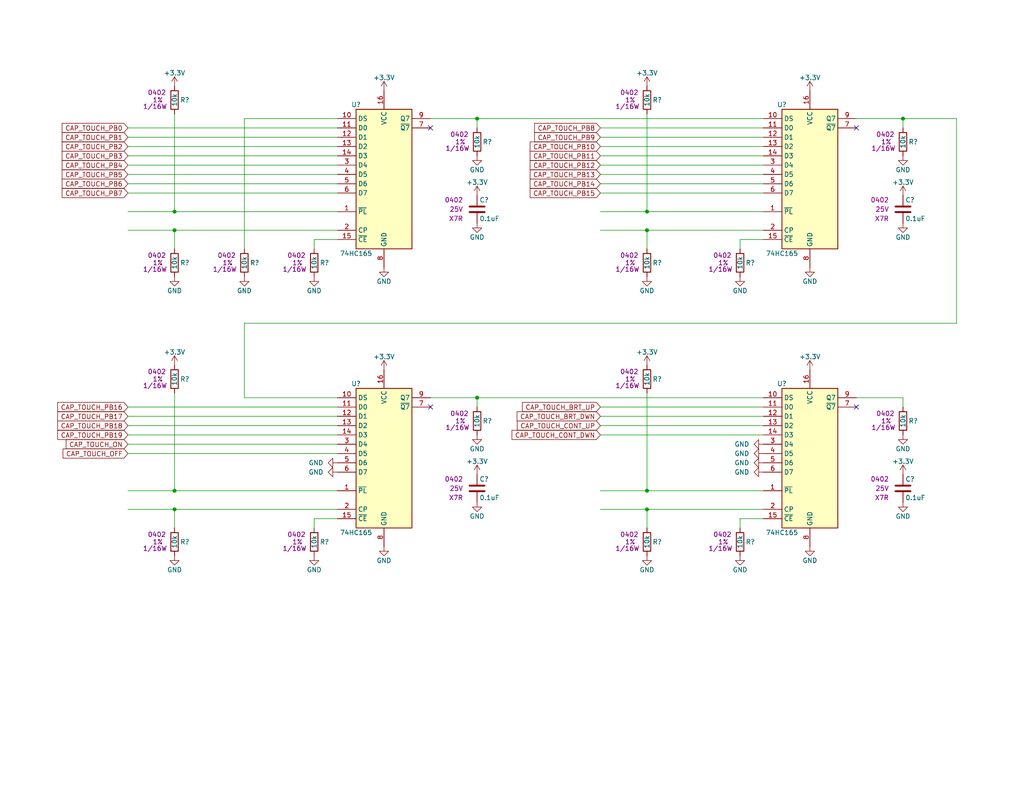
<source format=kicad_sch>
(kicad_sch (version 20230121) (generator eeschema)
  (paper "A")
  (title_block (title "USB MPD") (date "2024-02-06") (rev "PRELIM") (company "Drew Maatman"))
  (lib_symbols
    (symbol "74xx:74HC165"
      (property "Reference" "U" (at -7.62 19.05 0))
      (property "Value" "74HC165" (at -7.62 -21.59 0))
      (symbol "74HC165_1_0"
        (pin input line (at -12.7 -10.16 0) (length 5.08) (name "~{PL}") (number "1"))
        (pin input line (at -12.7 15.24 0) (length 5.08) (name "DS") (number "10"))
        (pin input line (at -12.7 12.7 0) (length 5.08) (name "D0") (number "11"))
        (pin input line (at -12.7 10.16 0) (length 5.08) (name "D1") (number "12"))
        (pin input line (at -12.7 7.62 0) (length 5.08) (name "D2") (number "13"))
        (pin input line (at -12.7 5.08 0) (length 5.08) (name "D3") (number "14"))
        (pin input line (at -12.7 -17.78 0) (length 5.08) (name "~{CE}") (number "15"))
        (pin power_in line (at 0 22.86 270) (length 5.08) (name "VCC") (number "16"))
        (pin input line (at -12.7 -15.24 0) (length 5.08) (name "CP") (number "2"))
        (pin input line (at -12.7 2.54 0) (length 5.08) (name "D4") (number "3"))
        (pin input line (at -12.7 0 0) (length 5.08) (name "D5") (number "4"))
        (pin input line (at -12.7 -2.54 0) (length 5.08) (name "D6") (number "5"))
        (pin input line (at -12.7 -5.08 0) (length 5.08) (name "D7") (number "6"))
        (pin output line (at 12.7 12.7 180) (length 5.08) (name "~{Q7}") (number "7"))
        (pin power_in line (at 0 -25.4 90) (length 5.08) (name "GND") (number "8"))
        (pin output line (at 12.7 15.24 180) (length 5.08) (name "Q7") (number "9"))
      )
      (symbol "74HC165_1_1"
        (rectangle (start -7.62 17.78) (end 7.62 -20.32) (stroke (width 0.254)) (fill (type background)))
      )
    )
    (symbol "Custom Library:C_Custom" (pin_numbers hide) (pin_names (offset 0.254))
      (property "Reference" "C" (at 0.635 2.54 0))
      (property "Value" "C_Custom" (at 0.635 -2.54 0))
      (property "display_footprint" "Foot" (at -3.81 2.54 0))
      (property "Voltage" "V" (at -3.81 0 0))
      (property "Dielectric" "Er" (at -3.81 -2.54 0))
      (symbol "C_Custom_0_1"
        (polyline (pts (xy -2.032 -0.762) (xy 2.032 -0.762)) (stroke (width 0.508)))
        (polyline (pts (xy -2.032 0.762) (xy 2.032 0.762)) (stroke (width 0.508)))
      )
      (symbol "C_Custom_1_1"
        (pin passive line (at 0 3.81 270) (length 2.794) (name "~") (number "1"))
        (pin passive line (at 0 -3.81 90) (length 2.794) (name "~") (number "2"))
      )
    )
    (symbol "Custom_Library:R_Custom" (pin_numbers hide) (pin_names (offset 1.016) hide)
      (property "Reference" "R" (at -2.54 0 90))
      (property "Value" "Custom_Library_R_Custom" (at 0 0 90))
      (property "display_footprint" "Foot" (at 2.54 0 90))
      (property "Tolerance" "Tol" (at 5.08 0 90))
      (property "Wattage" "W" (at 7.62 0 90))
      (symbol "R_Custom_0_1"
        (rectangle (start 1.016 2.54) (end -1.016 -2.54) (stroke (width 0.254)))
      )
      (symbol "R_Custom_1_1"
        (pin passive line (at 0 3.81 270) (length 1.27) (name "1") (number "1"))
        (pin passive line (at 0 -3.81 90) (length 1.27) (name "2") (number "2"))
      )
    )
    (symbol "power:+3.3V" (power) (pin_names (offset 0))
      (property "Value" "+3.3V" (at 0 3.556 0))
      (symbol "+3.3V_0_1"
        (polyline (pts (xy -0.762 1.27) (xy 0 2.54)))
        (polyline (pts (xy 0 0) (xy 0 2.54)))
        (polyline (pts (xy 0 2.54) (xy 0.762 1.27)))
      )
      (symbol "+3.3V_1_1"
        (pin power_in line (at 0 0 90) (length 0) hide (name "+3.3V") (number "1"))
      )
    )
    (symbol "power:GND" (power) (pin_names (offset 0))
      (property "Value" "GND" (at 0 -3.81 0))
      (symbol "GND_0_1"
        (polyline (pts (xy 0 0) (xy 0 -1.27) (xy 1.27 -1.27) (xy 0 -2.54) (xy -1.27 -1.27) (xy 0 -1.27)))
      )
      (symbol "GND_1_1"
        (pin power_in line (at 0 0 270) (length 0) hide (name "GND") (number "1"))
      )
    )
  )
  (junction (at 176.53 139.065))
  (junction (at 47.625 62.865))
  (junction (at 246.38 32.385))
  (junction (at 176.53 57.785))
  (junction (at 130.175 108.585))
  (junction (at 47.625 57.785))
  (junction (at 176.53 62.865))
  (junction (at 47.625 133.985))
  (junction (at 130.175 32.385))
  (junction (at 47.625 139.065))
  (junction (at 176.53 133.985))
  (no_connect (at 117.475 34.925))
  (no_connect (at 117.475 111.125))
  (no_connect (at 233.68 34.925))
  (no_connect (at 233.68 111.125))
  (wire (pts (xy 246.38 34.925) (xy 246.38 32.385)))
  (wire (pts (xy 163.83 52.705) (xy 208.28 52.705)))
  (wire (pts (xy 34.925 34.925) (xy 92.075 34.925)))
  (wire (pts (xy 47.625 139.065) (xy 47.625 144.145)))
  (wire (pts (xy 201.93 141.605) (xy 201.93 144.145)))
  (wire (pts (xy 117.475 32.385) (xy 130.175 32.385)))
  (wire (pts (xy 130.175 32.385) (xy 208.28 32.385)))
  (wire (pts (xy 34.925 139.065) (xy 47.625 139.065)))
  (wire (pts (xy 163.83 50.165) (xy 208.28 50.165)))
  (wire (pts (xy 130.175 108.585) (xy 208.28 108.585)))
  (wire (pts (xy 163.83 42.545) (xy 208.28 42.545)))
  (wire (pts (xy 163.83 47.625) (xy 208.28 47.625)))
  (wire (pts (xy 66.675 67.945) (xy 66.675 32.385)))
  (wire (pts (xy 34.925 37.465) (xy 92.075 37.465)))
  (wire (pts (xy 34.925 133.985) (xy 47.625 133.985)))
  (wire (pts (xy 176.53 62.865) (xy 208.28 62.865)))
  (wire (pts (xy 47.625 62.865) (xy 47.625 67.945)))
  (wire (pts (xy 163.83 139.065) (xy 176.53 139.065)))
  (wire (pts (xy 34.925 47.625) (xy 92.075 47.625)))
  (wire (pts (xy 246.38 32.385) (xy 233.68 32.385)))
  (wire (pts (xy 66.675 32.385) (xy 92.075 32.385)))
  (wire (pts (xy 47.625 57.785) (xy 92.075 57.785)))
  (wire (pts (xy 163.83 116.205) (xy 208.28 116.205)))
  (wire (pts (xy 176.53 107.315) (xy 176.53 133.985)))
  (wire (pts (xy 260.985 88.265) (xy 66.675 88.265)))
  (wire (pts (xy 34.925 42.545) (xy 92.075 42.545)))
  (wire (pts (xy 163.83 57.785) (xy 176.53 57.785)))
  (wire (pts (xy 34.925 116.205) (xy 92.075 116.205)))
  (wire (pts (xy 163.83 34.925) (xy 208.28 34.925)))
  (wire (pts (xy 34.925 57.785) (xy 47.625 57.785)))
  (wire (pts (xy 176.53 31.115) (xy 176.53 57.785)))
  (wire (pts (xy 176.53 139.065) (xy 176.53 144.145)))
  (wire (pts (xy 163.83 40.005) (xy 208.28 40.005)))
  (wire (pts (xy 163.83 45.085) (xy 208.28 45.085)))
  (wire (pts (xy 34.925 123.825) (xy 92.075 123.825)))
  (wire (pts (xy 201.93 141.605) (xy 208.28 141.605)))
  (wire (pts (xy 130.175 111.125) (xy 130.175 108.585)))
  (wire (pts (xy 117.475 108.585) (xy 130.175 108.585)))
  (wire (pts (xy 47.625 133.985) (xy 92.075 133.985)))
  (wire (pts (xy 85.725 65.405) (xy 92.075 65.405)))
  (wire (pts (xy 47.625 31.115) (xy 47.625 57.785)))
  (wire (pts (xy 176.53 57.785) (xy 208.28 57.785)))
  (wire (pts (xy 201.93 65.405) (xy 201.93 67.945)))
  (wire (pts (xy 34.925 45.085) (xy 92.075 45.085)))
  (wire (pts (xy 85.725 141.605) (xy 85.725 144.145)))
  (wire (pts (xy 163.83 113.665) (xy 208.28 113.665)))
  (wire (pts (xy 85.725 65.405) (xy 85.725 67.945)))
  (wire (pts (xy 176.53 139.065) (xy 208.28 139.065)))
  (wire (pts (xy 47.625 107.315) (xy 47.625 133.985)))
  (wire (pts (xy 34.925 50.165) (xy 92.075 50.165)))
  (wire (pts (xy 66.675 88.265) (xy 66.675 108.585)))
  (wire (pts (xy 246.38 32.385) (xy 260.985 32.385)))
  (wire (pts (xy 163.83 118.745) (xy 208.28 118.745)))
  (wire (pts (xy 163.83 133.985) (xy 176.53 133.985)))
  (wire (pts (xy 34.925 62.865) (xy 47.625 62.865)))
  (wire (pts (xy 163.83 62.865) (xy 176.53 62.865)))
  (wire (pts (xy 176.53 133.985) (xy 208.28 133.985)))
  (wire (pts (xy 47.625 62.865) (xy 92.075 62.865)))
  (wire (pts (xy 85.725 141.605) (xy 92.075 141.605)))
  (wire (pts (xy 163.83 37.465) (xy 208.28 37.465)))
  (wire (pts (xy 34.925 113.665) (xy 92.075 113.665)))
  (wire (pts (xy 34.925 111.125) (xy 92.075 111.125)))
  (wire (pts (xy 163.83 111.125) (xy 208.28 111.125)))
  (wire (pts (xy 34.925 52.705) (xy 92.075 52.705)))
  (wire (pts (xy 66.675 108.585) (xy 92.075 108.585)))
  (wire (pts (xy 130.175 34.925) (xy 130.175 32.385)))
  (wire (pts (xy 34.925 40.005) (xy 92.075 40.005)))
  (wire (pts (xy 246.38 108.585) (xy 233.68 108.585)))
  (wire (pts (xy 34.925 118.745) (xy 92.075 118.745)))
  (wire (pts (xy 246.38 111.125) (xy 246.38 108.585)))
  (wire (pts (xy 34.925 121.285) (xy 92.075 121.285)))
  (wire (pts (xy 260.985 32.385) (xy 260.985 88.265)))
  (wire (pts (xy 201.93 65.405) (xy 208.28 65.405)))
  (wire (pts (xy 176.53 62.865) (xy 176.53 67.945)))
  (wire (pts (xy 47.625 139.065) (xy 92.075 139.065)))
  (global_label "CAP_TOUCH_CONT_DWN" (shape input) (at 163.83 118.745 180) (property "Intersheetrefs" "${INTERSHEET_REFS}" (effects hide)))
  (global_label "CAP_TOUCH_PB12" (shape input) (at 163.83 45.085 180) (property "Intersheetrefs" "${INTERSHEET_REFS}" (effects hide)))
  (global_label "CAP_TOUCH_PB10" (shape input) (at 163.83 40.005 180) (property "Intersheetrefs" "${INTERSHEET_REFS}" (effects hide)))
  (global_label "CAP_TOUCH_PB1" (shape input) (at 34.925 37.465 180) (property "Intersheetrefs" "${INTERSHEET_REFS}" (effects hide)))
  (global_label "CAP_TOUCH_PB11" (shape input) (at 163.83 42.545 180) (property "Intersheetrefs" "${INTERSHEET_REFS}" (effects hide)))
  (global_label "CAP_TOUCH_PB19" (shape input) (at 34.925 118.745 180) (property "Intersheetrefs" "${INTERSHEET_REFS}" (effects hide)))
  (global_label "CAP_TOUCH_PB7" (shape input) (at 34.925 52.705 180) (property "Intersheetrefs" "${INTERSHEET_REFS}" (effects hide)))
  (global_label "CAP_TOUCH_PB6" (shape input) (at 34.925 50.165 180) (property "Intersheetrefs" "${INTERSHEET_REFS}" (effects hide)))
  (global_label "CAP_TOUCH_PB8" (shape input) (at 163.83 34.925 180) (property "Intersheetrefs" "${INTERSHEET_REFS}" (effects hide)))
  (global_label "CAP_TOUCH_PB13" (shape input) (at 163.83 47.625 180) (property "Intersheetrefs" "${INTERSHEET_REFS}" (effects hide)))
  (global_label "CAP_TOUCH_PB16" (shape input) (at 34.925 111.125 180) (property "Intersheetrefs" "${INTERSHEET_REFS}" (effects hide)))
  (global_label "CAP_TOUCH_PB3" (shape input) (at 34.925 42.545 180) (property "Intersheetrefs" "${INTERSHEET_REFS}" (effects hide)))
  (global_label "CAP_TOUCH_PB9" (shape input) (at 163.83 37.465 180) (property "Intersheetrefs" "${INTERSHEET_REFS}" (effects hide)))
  (global_label "CAP_TOUCH_BRT_DWN" (shape input) (at 163.83 113.665 180) (property "Intersheetrefs" "${INTERSHEET_REFS}" (effects hide)))
  (global_label "CAP_TOUCH_PB4" (shape input) (at 34.925 45.085 180) (property "Intersheetrefs" "${INTERSHEET_REFS}" (effects hide)))
  (global_label "CAP_TOUCH_ON" (shape input) (at 34.925 121.285 180) (property "Intersheetrefs" "${INTERSHEET_REFS}" (effects hide)))
  (global_label "CAP_TOUCH_PB14" (shape input) (at 163.83 50.165 180) (property "Intersheetrefs" "${INTERSHEET_REFS}" (effects hide)))
  (global_label "CAP_TOUCH_PB18" (shape input) (at 34.925 116.205 180) (property "Intersheetrefs" "${INTERSHEET_REFS}" (effects hide)))
  (global_label "CAP_TOUCH_PB17" (shape input) (at 34.925 113.665 180) (property "Intersheetrefs" "${INTERSHEET_REFS}" (effects hide)))
  (global_label "CAP_TOUCH_PB0" (shape input) (at 34.925 34.925 180) (property "Intersheetrefs" "${INTERSHEET_REFS}" (effects hide)))
  (global_label "CAP_TOUCH_PB5" (shape input) (at 34.925 47.625 180) (property "Intersheetrefs" "${INTERSHEET_REFS}" (effects hide)))
  (global_label "CAP_TOUCH_OFF" (shape input) (at 34.925 123.825 180) (property "Intersheetrefs" "${INTERSHEET_REFS}" (effects hide)))
  (global_label "CAP_TOUCH_PB2" (shape input) (at 34.925 40.005 180) (property "Intersheetrefs" "${INTERSHEET_REFS}" (effects hide)))
  (global_label "CAP_TOUCH_BRT_UP" (shape input) (at 163.83 111.125 180) (property "Intersheetrefs" "${INTERSHEET_REFS}" (effects hide)))
  (global_label "CAP_TOUCH_PB15" (shape input) (at 163.83 52.705 180) (property "Intersheetrefs" "${INTERSHEET_REFS}" (effects hide)))
  (global_label "CAP_TOUCH_CONT_UP" (shape input) (at 163.83 116.205 180) (property "Intersheetrefs" "${INTERSHEET_REFS}" (effects hide)))
  (symbol (lib_id "power:+3.3V") (at 130.175 129.54 0) (unit 1)
    (property "Reference" "#PWR0207" (effects hide))
    (property "Value" "+3.3V" (at 130.175 125.984 0))
    (instances (project "USB_MPD_Switches" (path "" (reference "#PWR0207") (unit 1)) (path "" (reference "#PWR0325") (unit 1))))
  )
  (symbol (lib_id "Custom_Library:R_Custom") (at 47.625 147.955 0) (mirror y) (unit 1)
    (property "Reference" "R?" (at 49.149 147.955 0) (effects (justify right)))
    (property "Value" "10k" (at 47.625 147.955 90))
    (property "display_footprint" "0402" (at 42.799 145.923 0))
    (property "Tolerance" "1%" (at 43.053 147.955 0))
    (property "Wattage" "1/16W" (at 42.291 149.733 0))
    (instances (project "Analog_Clock" (path "" (reference "R?") (unit 1)) (path "" (reference "R?") (unit 1)) (path "" (reference "R?") (unit 1)) (path "" (reference "R?") (unit 1)) (path "" (reference "R?") (unit 1)) (path "" (reference "R?") (unit 1)) (path "" (reference "R?") (unit 1)) (path "" (reference "R?") (unit 1))) (project "Nixie_Clock_Core" (path "" (reference "R804") (unit 1))) (project "USB_MPD_Switches" (path "" (reference "R?") (unit 1)) (path "" (reference "R?") (unit 1))))
  )
  (symbol (lib_id "power:GND") (at 208.28 128.905 270) (unit 1)
    (property "Reference" "#PWR0337" (effects hide))
    (property "Value" "GND" (at 204.47 128.905 90) (effects (justify right)))
  )
  (symbol (lib_id "power:+3.3V") (at 104.775 24.765 0) (unit 1)
    (property "Reference" "#PWR0301" (effects hide))
    (property "Value" "+3.3V" (at 104.775 21.209 0))
  )
  (symbol (lib_id "Custom_Library:R_Custom") (at 130.175 38.735 0) (mirror y) (unit 1)
    (property "Reference" "R?" (at 131.699 38.735 0) (effects (justify right)))
    (property "Value" "10k" (at 130.175 38.735 90))
    (property "display_footprint" "0402" (at 125.349 36.703 0))
    (property "Tolerance" "1%" (at 125.603 38.735 0))
    (property "Wattage" "1/16W" (at 124.841 40.513 0))
    (instances (project "Analog_Clock" (path "" (reference "R?") (unit 1)) (path "" (reference "R?") (unit 1)) (path "" (reference "R?") (unit 1)) (path "" (reference "R?") (unit 1)) (path "" (reference "R?") (unit 1)) (path "" (reference "R?") (unit 1)) (path "" (reference "R?") (unit 1)) (path "" (reference "R?") (unit 1))) (project "Nixie_Clock_Core" (path "" (reference "R804") (unit 1))) (project "USB_MPD_Switches" (path "" (reference "R?") (unit 1)) (path "" (reference "R?") (unit 1))))
  )
  (symbol (lib_id "power:GND") (at 47.625 75.565 0) (unit 1)
    (property "Reference" "#PWR0308" (effects hide))
    (property "Value" "GND" (at 47.625 79.375 0))
  )
  (symbol (lib_id "power:GND") (at 201.93 151.765 0) (unit 1)
    (property "Reference" "#PWR0329" (effects hide))
    (property "Value" "GND" (at 201.93 155.575 0))
  )
  (symbol (lib_id "Custom_Library:R_Custom") (at 130.175 114.935 0) (mirror y) (unit 1)
    (property "Reference" "R?" (at 131.699 114.935 0) (effects (justify right)))
    (property "Value" "10k" (at 130.175 114.935 90))
    (property "display_footprint" "0402" (at 125.349 112.903 0))
    (property "Tolerance" "1%" (at 125.603 114.935 0))
    (property "Wattage" "1/16W" (at 124.841 116.713 0))
    (instances (project "Analog_Clock" (path "" (reference "R?") (unit 1)) (path "" (reference "R?") (unit 1)) (path "" (reference "R?") (unit 1)) (path "" (reference "R?") (unit 1)) (path "" (reference "R?") (unit 1)) (path "" (reference "R?") (unit 1)) (path "" (reference "R?") (unit 1)) (path "" (reference "R?") (unit 1))) (project "Nixie_Clock_Core" (path "" (reference "R804") (unit 1))) (project "USB_MPD_Switches" (path "" (reference "R?") (unit 1)) (path "" (reference "R?") (unit 1))))
  )
  (symbol (lib_id "Custom_Library:R_Custom") (at 85.725 71.755 0) (mirror y) (unit 1)
    (property "Reference" "R?" (at 87.249 71.755 0) (effects (justify right)))
    (property "Value" "10k" (at 85.725 71.755 90))
    (property "display_footprint" "0402" (at 80.899 69.723 0))
    (property "Tolerance" "1%" (at 81.153 71.755 0))
    (property "Wattage" "1/16W" (at 80.391 73.533 0))
    (instances (project "Analog_Clock" (path "" (reference "R?") (unit 1)) (path "" (reference "R?") (unit 1)) (path "" (reference "R?") (unit 1)) (path "" (reference "R?") (unit 1)) (path "" (reference "R?") (unit 1)) (path "" (reference "R?") (unit 1)) (path "" (reference "R?") (unit 1)) (path "" (reference "R?") (unit 1))) (project "Nixie_Clock_Core" (path "" (reference "R804") (unit 1))) (project "USB_MPD_Switches" (path "" (reference "R?") (unit 1)) (path "" (reference "R?") (unit 1))))
  )
  (symbol (lib_id "Custom Library:C_Custom") (at 130.175 133.35 0) (unit 1)
    (property "Reference" "C?" (at 130.81 130.81 0) (effects (justify left)))
    (property "Value" "0.1uF" (at 130.81 135.89 0) (effects (justify left)))
    (property "display_footprint" "0402" (at 126.365 130.81 0) (effects (justify right)))
    (property "Voltage" "25V" (at 126.365 133.35 0) (effects (justify right)))
    (property "Dielectric" "X7R" (at 126.365 135.89 0) (effects (justify right)))
    (property "Digi-Key PN" "PN" (effects hide))
  )
  (symbol (lib_id "Custom_Library:R_Custom") (at 176.53 103.505 0) (mirror y) (unit 1)
    (property "Reference" "R?" (at 178.054 103.505 0) (effects (justify right)))
    (property "Value" "10k" (at 176.53 103.505 90))
    (property "display_footprint" "0402" (at 171.704 101.473 0))
    (property "Tolerance" "1%" (at 171.958 103.505 0))
    (property "Wattage" "1/16W" (at 171.196 105.283 0))
    (instances (project "Analog_Clock" (path "" (reference "R?") (unit 1)) (path "" (reference "R?") (unit 1)) (path "" (reference "R?") (unit 1)) (path "" (reference "R?") (unit 1)) (path "" (reference "R?") (unit 1)) (path "" (reference "R?") (unit 1)) (path "" (reference "R?") (unit 1)) (path "" (reference "R?") (unit 1))) (project "Nixie_Clock_Core" (path "" (reference "R804") (unit 1))) (project "USB_MPD_Switches" (path "" (reference "R?") (unit 1)) (path "" (reference "R?") (unit 1))))
  )
  (symbol (lib_id "Custom Library:C_Custom") (at 130.175 57.15 0) (unit 1)
    (property "Reference" "C?" (at 130.81 54.61 0) (effects (justify left)))
    (property "Value" "0.1uF" (at 130.81 59.69 0) (effects (justify left)))
    (property "display_footprint" "0402" (at 126.365 54.61 0) (effects (justify right)))
    (property "Voltage" "25V" (at 126.365 57.15 0) (effects (justify right)))
    (property "Dielectric" "X7R" (at 126.365 59.69 0) (effects (justify right)))
    (property "Digi-Key PN" "PN" (effects hide))
  )
  (symbol (lib_id "Custom_Library:R_Custom") (at 47.625 27.305 0) (mirror y) (unit 1)
    (property "Reference" "R?" (at 49.149 27.305 0) (effects (justify right)))
    (property "Value" "10k" (at 47.625 27.305 90))
    (property "display_footprint" "0402" (at 42.799 25.273 0))
    (property "Tolerance" "1%" (at 43.053 27.305 0))
    (property "Wattage" "1/16W" (at 42.291 29.083 0))
    (instances (project "Analog_Clock" (path "" (reference "R?") (unit 1)) (path "" (reference "R?") (unit 1)) (path "" (reference "R?") (unit 1)) (path "" (reference "R?") (unit 1)) (path "" (reference "R?") (unit 1)) (path "" (reference "R?") (unit 1)) (path "" (reference "R?") (unit 1)) (path "" (reference "R?") (unit 1))) (project "Nixie_Clock_Core" (path "" (reference "R804") (unit 1))) (project "USB_MPD_Switches" (path "" (reference "R?") (unit 1)) (path "" (reference "R?") (unit 1))))
  )
  (symbol (lib_id "Custom_Library:R_Custom") (at 246.38 38.735 0) (mirror y) (unit 1)
    (property "Reference" "R?" (at 247.904 38.735 0) (effects (justify right)))
    (property "Value" "10k" (at 246.38 38.735 90))
    (property "display_footprint" "0402" (at 241.554 36.703 0))
    (property "Tolerance" "1%" (at 241.808 38.735 0))
    (property "Wattage" "1/16W" (at 241.046 40.513 0))
    (instances (project "Analog_Clock" (path "" (reference "R?") (unit 1)) (path "" (reference "R?") (unit 1)) (path "" (reference "R?") (unit 1)) (path "" (reference "R?") (unit 1)) (path "" (reference "R?") (unit 1)) (path "" (reference "R?") (unit 1)) (path "" (reference "R?") (unit 1)) (path "" (reference "R?") (unit 1))) (project "Nixie_Clock_Core" (path "" (reference "R804") (unit 1))) (project "USB_MPD_Switches" (path "" (reference "R?") (unit 1)) (path "" (reference "R?") (unit 1))))
  )
  (symbol (lib_id "power:GND") (at 130.175 42.545 0) (unit 1)
    (property "Reference" "#PWR0309" (effects hide))
    (property "Value" "GND" (at 130.175 46.355 0))
  )
  (symbol (lib_id "power:GND") (at 130.175 60.96 0) (unit 1)
    (property "Reference" "#PWR0208" (effects hide))
    (property "Value" "GND" (at 130.175 64.77 0))
    (instances (project "USB_MPD_Switches" (path "" (reference "#PWR0208") (unit 1)) (path "" (reference "#PWR0304") (unit 1))))
  )
  (symbol (lib_id "power:+3.3V") (at 220.98 24.765 0) (unit 1)
    (property "Reference" "#PWR0314" (effects hide))
    (property "Value" "+3.3V" (at 220.98 21.209 0))
  )
  (symbol (lib_id "power:GND") (at 208.28 123.825 270) (unit 1)
    (property "Reference" "#PWR0335" (effects hide))
    (property "Value" "GND" (at 204.47 123.825 90) (effects (justify right)))
  )
  (symbol (lib_id "Custom_Library:R_Custom") (at 201.93 147.955 0) (mirror y) (unit 1)
    (property "Reference" "R?" (at 203.454 147.955 0) (effects (justify right)))
    (property "Value" "10k" (at 201.93 147.955 90))
    (property "display_footprint" "0402" (at 197.104 145.923 0))
    (property "Tolerance" "1%" (at 197.358 147.955 0))
    (property "Wattage" "1/16W" (at 196.596 149.733 0))
    (instances (project "Analog_Clock" (path "" (reference "R?") (unit 1)) (path "" (reference "R?") (unit 1)) (path "" (reference "R?") (unit 1)) (path "" (reference "R?") (unit 1)) (path "" (reference "R?") (unit 1)) (path "" (reference "R?") (unit 1)) (path "" (reference "R?") (unit 1)) (path "" (reference "R?") (unit 1))) (project "Nixie_Clock_Core" (path "" (reference "R804") (unit 1))) (project "USB_MPD_Switches" (path "" (reference "R?") (unit 1)) (path "" (reference "R?") (unit 1))))
  )
  (symbol (lib_id "74xx:74HC165") (at 220.98 47.625 0) (unit 1)
    (property "Reference" "U?" (at 213.36 28.575 0))
    (property "Value" "74HC165" (at 213.36 69.215 0))
    (property "Datasheet" "https://assets.nexperia.com/documents/data-sheet/74HC_HCT165.pdf" (effects hide))
  )
  (symbol (lib_id "power:+3.3V") (at 47.625 23.495 0) (unit 1)
    (property "Reference" "#PWR0305" (effects hide))
    (property "Value" "+3.3V" (at 47.625 19.939 0))
  )
  (symbol (lib_id "Custom_Library:R_Custom") (at 176.53 71.755 0) (mirror y) (unit 1)
    (property "Reference" "R?" (at 178.054 71.755 0) (effects (justify right)))
    (property "Value" "10k" (at 176.53 71.755 90))
    (property "display_footprint" "0402" (at 171.704 69.723 0))
    (property "Tolerance" "1%" (at 171.958 71.755 0))
    (property "Wattage" "1/16W" (at 171.196 73.533 0))
    (instances (project "Analog_Clock" (path "" (reference "R?") (unit 1)) (path "" (reference "R?") (unit 1)) (path "" (reference "R?") (unit 1)) (path "" (reference "R?") (unit 1)) (path "" (reference "R?") (unit 1)) (path "" (reference "R?") (unit 1)) (path "" (reference "R?") (unit 1)) (path "" (reference "R?") (unit 1))) (project "Nixie_Clock_Core" (path "" (reference "R804") (unit 1))) (project "USB_MPD_Switches" (path "" (reference "R?") (unit 1)) (path "" (reference "R?") (unit 1))))
  )
  (symbol (lib_id "Custom_Library:R_Custom") (at 176.53 27.305 0) (mirror y) (unit 1)
    (property "Reference" "R?" (at 178.054 27.305 0) (effects (justify right)))
    (property "Value" "10k" (at 176.53 27.305 90))
    (property "display_footprint" "0402" (at 171.704 25.273 0))
    (property "Tolerance" "1%" (at 171.958 27.305 0))
    (property "Wattage" "1/16W" (at 171.196 29.083 0))
    (instances (project "Analog_Clock" (path "" (reference "R?") (unit 1)) (path "" (reference "R?") (unit 1)) (path "" (reference "R?") (unit 1)) (path "" (reference "R?") (unit 1)) (path "" (reference "R?") (unit 1)) (path "" (reference "R?") (unit 1)) (path "" (reference "R?") (unit 1)) (path "" (reference "R?") (unit 1))) (project "Nixie_Clock_Core" (path "" (reference "R804") (unit 1))) (project "USB_MPD_Switches" (path "" (reference "R?") (unit 1)) (path "" (reference "R?") (unit 1))))
  )
  (symbol (lib_id "power:GND") (at 130.175 137.16 0) (unit 1)
    (property "Reference" "#PWR0208" (effects hide))
    (property "Value" "GND" (at 130.175 140.97 0))
    (instances (project "USB_MPD_Switches" (path "" (reference "#PWR0208") (unit 1)) (path "" (reference "#PWR0326") (unit 1))))
  )
  (symbol (lib_id "Custom_Library:R_Custom") (at 176.53 147.955 0) (mirror y) (unit 1)
    (property "Reference" "R?" (at 178.054 147.955 0) (effects (justify right)))
    (property "Value" "10k" (at 176.53 147.955 90))
    (property "display_footprint" "0402" (at 171.704 145.923 0))
    (property "Tolerance" "1%" (at 171.958 147.955 0))
    (property "Wattage" "1/16W" (at 171.196 149.733 0))
    (instances (project "Analog_Clock" (path "" (reference "R?") (unit 1)) (path "" (reference "R?") (unit 1)) (path "" (reference "R?") (unit 1)) (path "" (reference "R?") (unit 1)) (path "" (reference "R?") (unit 1)) (path "" (reference "R?") (unit 1)) (path "" (reference "R?") (unit 1)) (path "" (reference "R?") (unit 1))) (project "Nixie_Clock_Core" (path "" (reference "R804") (unit 1))) (project "USB_MPD_Switches" (path "" (reference "R?") (unit 1)) (path "" (reference "R?") (unit 1))))
  )
  (symbol (lib_id "power:+3.3V") (at 47.625 99.695 0) (unit 1)
    (property "Reference" "#PWR0312" (effects hide))
    (property "Value" "+3.3V" (at 47.625 96.139 0))
  )
  (symbol (lib_id "power:+3.3V") (at 220.98 100.965 0) (unit 1)
    (property "Reference" "#PWR0330" (effects hide))
    (property "Value" "+3.3V" (at 220.98 97.409 0))
  )
  (symbol (lib_id "74xx:74HC165") (at 104.775 47.625 0) (unit 1)
    (property "Reference" "U?" (at 97.155 28.575 0))
    (property "Value" "74HC165" (at 97.155 69.215 0))
    (property "Datasheet" "https://assets.nexperia.com/documents/data-sheet/74HC_HCT165.pdf" (effects hide))
  )
  (symbol (lib_id "power:GND") (at 104.775 73.025 0) (unit 1)
    (property "Reference" "#PWR0302" (effects hide))
    (property "Value" "GND" (at 104.775 76.835 0))
  )
  (symbol (lib_id "Custom_Library:R_Custom") (at 85.725 147.955 0) (mirror y) (unit 1)
    (property "Reference" "R?" (at 87.249 147.955 0) (effects (justify right)))
    (property "Value" "10k" (at 85.725 147.955 90))
    (property "display_footprint" "0402" (at 80.899 145.923 0))
    (property "Tolerance" "1%" (at 81.153 147.955 0))
    (property "Wattage" "1/16W" (at 80.391 149.733 0))
    (instances (project "Analog_Clock" (path "" (reference "R?") (unit 1)) (path "" (reference "R?") (unit 1)) (path "" (reference "R?") (unit 1)) (path "" (reference "R?") (unit 1)) (path "" (reference "R?") (unit 1)) (path "" (reference "R?") (unit 1)) (path "" (reference "R?") (unit 1)) (path "" (reference "R?") (unit 1))) (project "Nixie_Clock_Core" (path "" (reference "R804") (unit 1))) (project "USB_MPD_Switches" (path "" (reference "R?") (unit 1)) (path "" (reference "R?") (unit 1))))
  )
  (symbol (lib_id "power:+3.3V") (at 176.53 99.695 0) (unit 1)
    (property "Reference" "#PWR0327" (effects hide))
    (property "Value" "+3.3V" (at 176.53 96.139 0))
  )
  (symbol (lib_id "power:GND") (at 246.38 42.545 0) (unit 1)
    (property "Reference" "#PWR0316" (effects hide))
    (property "Value" "GND" (at 246.38 46.355 0))
  )
  (symbol (lib_id "power:GND") (at 201.93 75.565 0) (unit 1)
    (property "Reference" "#PWR0313" (effects hide))
    (property "Value" "GND" (at 201.93 79.375 0))
  )
  (symbol (lib_id "power:GND") (at 176.53 75.565 0) (unit 1)
    (property "Reference" "#PWR0311" (effects hide))
    (property "Value" "GND" (at 176.53 79.375 0))
  )
  (symbol (lib_id "Custom_Library:R_Custom") (at 246.38 114.935 0) (mirror y) (unit 1)
    (property "Reference" "R?" (at 247.904 114.935 0) (effects (justify right)))
    (property "Value" "10k" (at 246.38 114.935 90))
    (property "display_footprint" "0402" (at 241.554 112.903 0))
    (property "Tolerance" "1%" (at 241.808 114.935 0))
    (property "Wattage" "1/16W" (at 241.046 116.713 0))
    (instances (project "Analog_Clock" (path "" (reference "R?") (unit 1)) (path "" (reference "R?") (unit 1)) (path "" (reference "R?") (unit 1)) (path "" (reference "R?") (unit 1)) (path "" (reference "R?") (unit 1)) (path "" (reference "R?") (unit 1)) (path "" (reference "R?") (unit 1)) (path "" (reference "R?") (unit 1))) (project "Nixie_Clock_Core" (path "" (reference "R804") (unit 1))) (project "USB_MPD_Switches" (path "" (reference "R?") (unit 1)) (path "" (reference "R?") (unit 1))))
  )
  (symbol (lib_id "Custom_Library:R_Custom") (at 201.93 71.755 0) (mirror y) (unit 1)
    (property "Reference" "R?" (at 203.454 71.755 0) (effects (justify right)))
    (property "Value" "10k" (at 201.93 71.755 90))
    (property "display_footprint" "0402" (at 197.104 69.723 0))
    (property "Tolerance" "1%" (at 197.358 71.755 0))
    (property "Wattage" "1/16W" (at 196.596 73.533 0))
    (instances (project "Analog_Clock" (path "" (reference "R?") (unit 1)) (path "" (reference "R?") (unit 1)) (path "" (reference "R?") (unit 1)) (path "" (reference "R?") (unit 1)) (path "" (reference "R?") (unit 1)) (path "" (reference "R?") (unit 1)) (path "" (reference "R?") (unit 1)) (path "" (reference "R?") (unit 1))) (project "Nixie_Clock_Core" (path "" (reference "R804") (unit 1))) (project "USB_MPD_Switches" (path "" (reference "R?") (unit 1)) (path "" (reference "R?") (unit 1))))
  )
  (symbol (lib_id "74xx:74HC165") (at 220.98 123.825 0) (unit 1)
    (property "Reference" "U?" (at 213.36 104.775 0))
    (property "Value" "74HC165" (at 213.36 145.415 0))
    (property "Datasheet" "https://assets.nexperia.com/documents/data-sheet/74HC_HCT165.pdf" (effects hide))
  )
  (symbol (lib_id "Custom_Library:R_Custom") (at 47.625 103.505 0) (mirror y) (unit 1)
    (property "Reference" "R?" (at 49.149 103.505 0) (effects (justify right)))
    (property "Value" "10k" (at 47.625 103.505 90))
    (property "display_footprint" "0402" (at 42.799 101.473 0))
    (property "Tolerance" "1%" (at 43.053 103.505 0))
    (property "Wattage" "1/16W" (at 42.291 105.283 0))
    (instances (project "Analog_Clock" (path "" (reference "R?") (unit 1)) (path "" (reference "R?") (unit 1)) (path "" (reference "R?") (unit 1)) (path "" (reference "R?") (unit 1)) (path "" (reference "R?") (unit 1)) (path "" (reference "R?") (unit 1)) (path "" (reference "R?") (unit 1)) (path "" (reference "R?") (unit 1))) (project "Nixie_Clock_Core" (path "" (reference "R804") (unit 1))) (project "USB_MPD_Switches" (path "" (reference "R?") (unit 1)) (path "" (reference "R?") (unit 1))))
  )
  (symbol (lib_id "power:GND") (at 246.38 118.745 0) (unit 1)
    (property "Reference" "#PWR0332" (effects hide))
    (property "Value" "GND" (at 246.38 122.555 0))
  )
  (symbol (lib_id "power:+3.3V") (at 246.38 53.34 0) (unit 1)
    (property "Reference" "#PWR0207" (effects hide))
    (property "Value" "+3.3V" (at 246.38 49.784 0))
    (instances (project "USB_MPD_Switches" (path "" (reference "#PWR0207") (unit 1)) (path "" (reference "#PWR0317") (unit 1))))
  )
  (symbol (lib_id "power:GND") (at 66.675 75.565 0) (unit 1)
    (property "Reference" "#PWR0306" (effects hide))
    (property "Value" "GND" (at 66.675 79.375 0))
  )
  (symbol (lib_id "power:GND") (at 208.28 126.365 270) (unit 1)
    (property "Reference" "#PWR0336" (effects hide))
    (property "Value" "GND" (at 204.47 126.365 90) (effects (justify right)))
  )
  (symbol (lib_id "power:GND") (at 85.725 151.765 0) (unit 1)
    (property "Reference" "#PWR0321" (effects hide))
    (property "Value" "GND" (at 85.725 155.575 0))
  )
  (symbol (lib_id "power:GND") (at 208.28 121.285 270) (unit 1)
    (property "Reference" "#PWR0320" (effects hide))
    (property "Value" "GND" (at 204.47 121.285 90) (effects (justify right)))
  )
  (symbol (lib_id "power:GND") (at 104.775 149.225 0) (unit 1)
    (property "Reference" "#PWR0323" (effects hide))
    (property "Value" "GND" (at 104.775 153.035 0))
  )
  (symbol (lib_id "Custom_Library:R_Custom") (at 66.675 71.755 0) (mirror y) (unit 1)
    (property "Reference" "R?" (at 68.199 71.755 0) (effects (justify right)))
    (property "Value" "10k" (at 66.675 71.755 90))
    (property "display_footprint" "0402" (at 61.849 69.723 0))
    (property "Tolerance" "1%" (at 62.103 71.755 0))
    (property "Wattage" "1/16W" (at 61.341 73.533 0))
    (instances (project "Analog_Clock" (path "" (reference "R?") (unit 1)) (path "" (reference "R?") (unit 1)) (path "" (reference "R?") (unit 1)) (path "" (reference "R?") (unit 1)) (path "" (reference "R?") (unit 1)) (path "" (reference "R?") (unit 1)) (path "" (reference "R?") (unit 1)) (path "" (reference "R?") (unit 1))) (project "Nixie_Clock_Core" (path "" (reference "R804") (unit 1))) (project "USB_MPD_Switches" (path "" (reference "R?") (unit 1)) (path "" (reference "R?") (unit 1))))
  )
  (symbol (lib_id "power:+3.3V") (at 104.775 100.965 0) (unit 1)
    (property "Reference" "#PWR0322" (effects hide))
    (property "Value" "+3.3V" (at 104.775 97.409 0))
  )
  (symbol (lib_id "power:GND") (at 47.625 151.765 0) (unit 1)
    (property "Reference" "#PWR0319" (effects hide))
    (property "Value" "GND" (at 47.625 155.575 0))
  )
  (symbol (lib_id "power:GND") (at 220.98 149.225 0) (unit 1)
    (property "Reference" "#PWR0331" (effects hide))
    (property "Value" "GND" (at 220.98 153.035 0))
  )
  (symbol (lib_id "power:GND") (at 246.38 60.96 0) (unit 1)
    (property "Reference" "#PWR0208" (effects hide))
    (property "Value" "GND" (at 246.38 64.77 0))
    (instances (project "USB_MPD_Switches" (path "" (reference "#PWR0208") (unit 1)) (path "" (reference "#PWR0318") (unit 1))))
  )
  (symbol (lib_id "power:GND") (at 130.175 118.745 0) (unit 1)
    (property "Reference" "#PWR0324" (effects hide))
    (property "Value" "GND" (at 130.175 122.555 0))
  )
  (symbol (lib_id "power:+3.3V") (at 130.175 53.34 0) (unit 1)
    (property "Reference" "#PWR0207" (effects hide))
    (property "Value" "+3.3V" (at 130.175 49.784 0))
    (instances (project "USB_MPD_Switches" (path "" (reference "#PWR0207") (unit 1)) (path "" (reference "#PWR0303") (unit 1))))
  )
  (symbol (lib_id "Custom Library:C_Custom") (at 246.38 57.15 0) (unit 1)
    (property "Reference" "C?" (at 247.015 54.61 0) (effects (justify left)))
    (property "Value" "0.1uF" (at 247.015 59.69 0) (effects (justify left)))
    (property "display_footprint" "0402" (at 242.57 54.61 0) (effects (justify right)))
    (property "Voltage" "25V" (at 242.57 57.15 0) (effects (justify right)))
    (property "Dielectric" "X7R" (at 242.57 59.69 0) (effects (justify right)))
    (property "Digi-Key PN" "PN" (effects hide))
  )
  (symbol (lib_id "power:GND") (at 92.075 128.905 270) (unit 1)
    (property "Reference" "#PWR0338" (effects hide))
    (property "Value" "GND" (at 88.265 128.905 90) (effects (justify right)))
  )
  (symbol (lib_id "74xx:74HC165") (at 104.775 123.825 0) (unit 1)
    (property "Reference" "U?" (at 97.155 104.775 0))
    (property "Value" "74HC165" (at 97.155 145.415 0))
    (property "Datasheet" "https://assets.nexperia.com/documents/data-sheet/74HC_HCT165.pdf" (effects hide))
  )
  (symbol (lib_id "power:+3.3V") (at 176.53 23.495 0) (unit 1)
    (property "Reference" "#PWR0310" (effects hide))
    (property "Value" "+3.3V" (at 176.53 19.939 0))
  )
  (symbol (lib_id "power:GND") (at 85.725 75.565 0) (unit 1)
    (property "Reference" "#PWR0307" (effects hide))
    (property "Value" "GND" (at 85.725 79.375 0))
  )
  (symbol (lib_id "power:GND") (at 220.98 73.025 0) (unit 1)
    (property "Reference" "#PWR0315" (effects hide))
    (property "Value" "GND" (at 220.98 76.835 0))
  )
  (symbol (lib_id "power:GND") (at 246.38 137.16 0) (unit 1)
    (property "Reference" "#PWR0208" (effects hide))
    (property "Value" "GND" (at 246.38 140.97 0))
    (instances (project "USB_MPD_Switches" (path "" (reference "#PWR0208") (unit 1)) (path "" (reference "#PWR0334") (unit 1))))
  )
  (symbol (lib_id "Custom Library:C_Custom") (at 246.38 133.35 0) (unit 1)
    (property "Reference" "C?" (at 247.015 130.81 0) (effects (justify left)))
    (property "Value" "0.1uF" (at 247.015 135.89 0) (effects (justify left)))
    (property "display_footprint" "0402" (at 242.57 130.81 0) (effects (justify right)))
    (property "Voltage" "25V" (at 242.57 133.35 0) (effects (justify right)))
    (property "Dielectric" "X7R" (at 242.57 135.89 0) (effects (justify right)))
    (property "Digi-Key PN" "PN" (effects hide))
  )
  (symbol (lib_id "power:+3.3V") (at 246.38 129.54 0) (unit 1)
    (property "Reference" "#PWR0207" (effects hide))
    (property "Value" "+3.3V" (at 246.38 125.984 0))
    (instances (project "USB_MPD_Switches" (path "" (reference "#PWR0207") (unit 1)) (path "" (reference "#PWR0333") (unit 1))))
  )
  (symbol (lib_id "power:GND") (at 176.53 151.765 0) (unit 1)
    (property "Reference" "#PWR0328" (effects hide))
    (property "Value" "GND" (at 176.53 155.575 0))
  )
  (symbol (lib_id "power:GND") (at 92.075 126.365 270) (unit 1)
    (property "Reference" "#PWR0339" (effects hide))
    (property "Value" "GND" (at 88.265 126.365 90) (effects (justify right)))
  )
  (symbol (lib_id "Custom_Library:R_Custom") (at 47.625 71.755 0) (mirror y) (unit 1)
    (property "Reference" "R?" (at 49.149 71.755 0) (effects (justify right)))
    (property "Value" "10k" (at 47.625 71.755 90))
    (property "display_footprint" "0402" (at 42.799 69.723 0))
    (property "Tolerance" "1%" (at 43.053 71.755 0))
    (property "Wattage" "1/16W" (at 42.291 73.533 0))
    (instances (project "Analog_Clock" (path "" (reference "R?") (unit 1)) (path "" (reference "R?") (unit 1)) (path "" (reference "R?") (unit 1)) (path "" (reference "R?") (unit 1)) (path "" (reference "R?") (unit 1)) (path "" (reference "R?") (unit 1)) (path "" (reference "R?") (unit 1)) (path "" (reference "R?") (unit 1))) (project "Nixie_Clock_Core" (path "" (reference "R804") (unit 1))) (project "USB_MPD_Switches" (path "" (reference "R?") (unit 1)) (path "" (reference "R?") (unit 1))))
  )
)
</source>
